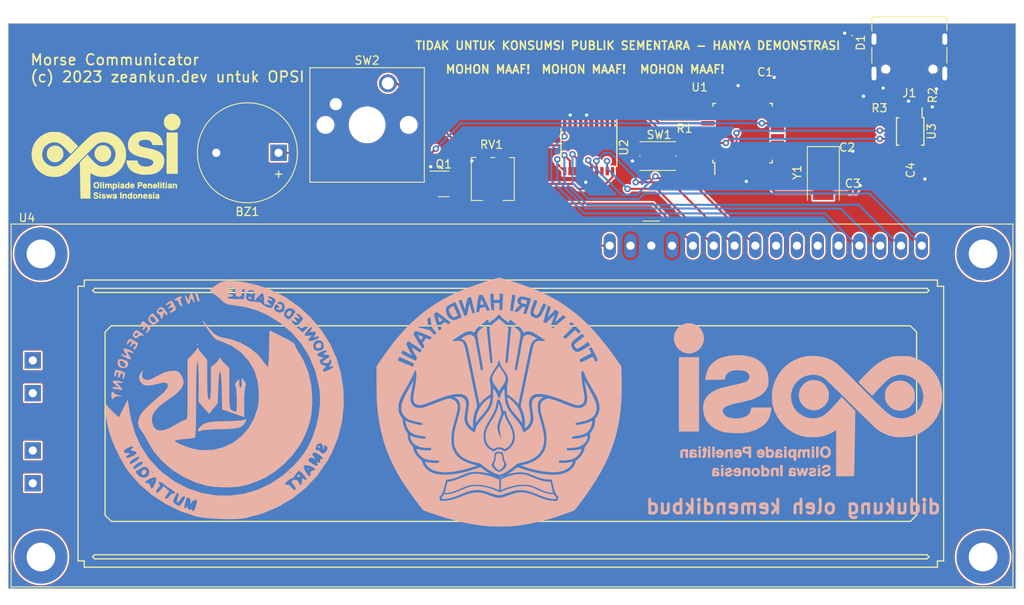
<source format=kicad_pcb>
(kicad_pcb (version 20221018) (generator pcbnew)
  (layers (0 "F.Cu" signal) (31 "B.Cu" signal) (34 "B.Paste" user) (35 "F.Paste" user) (36 "B.SilkS" user "B.Silkscreen") (37 "F.SilkS" user "F.Silkscreen") (38 "B.Mask" user) (39 "F.Mask" user) (44 "Edge.Cuts" user))
  (net 0 "")
  (net 1 "VBUS")
  (net 2 "GND")
  (net 3 "Net-(U1-XTAL2{slash}PB7)")
  (net 4 "Net-(U1-XTAL1{slash}PB6)")
  (net 5 "Net-(U3-V3)")
  (net 6 "Net-(J1-CC1)")
  (net 7 "Net-(U3-UD+)")
  (net 8 "Net-(U3-UD-)")
  (net 10 "Net-(J1-CC2)")
  (net 12 "/K")
  (net 13 "/K_SW")
  (net 14 "Net-(U1-~{RESET}{slash}PC6)")
  (net 15 "Net-(U4-VO)")
  (net 16 "/MORSE_INPUT")
  (net 36 "/LCD_SDA")
  (net 37 "/LCD_SCL")
  (net 38 "/PROG_TX")
  (net 39 "/PROG_RX")
  (net 43 "/B4")
  (net 44 "/B5")
  (net 45 "/B6")
  (net 47 "/B7")
  (net 48 "/E")
  (net 49 "/RW")
  (net 51 "/RS")
  (net 63 "Net-(BZ1--)")
  (footprint "Buzzer_Beeper:Buzzer_12x9.5RM7.6" (layer "F.Cu") (at 116 101.8 180)
    (fp_text reference "BZ1" (at 3.8 -7.2) (layer "F.SilkS"))
    (fp_text value "Buzzer")
    (fp_text user "+" (at -0.01 -2.54) (layer "F.SilkS"))
    (pad "1" thru_hole rect (at 0 0 180) (size 2 2) (drill 1) (layers "*.Cu" "*.Mask") (net 63 "Net-(BZ1--)"))
    (pad "2" thru_hole circle (at 7.6 0 180) (size 2 2) (drill 1) (layers "*.Cu" "*.Mask") (net 2 "GND"))
  )
  (footprint "Resistor_SMD:R_0201_0603Metric" (layer "F.Cu") (at 165.555 99.9)
    (fp_text reference "R1" (at 0 -1.05) (layer "F.SilkS"))
    (fp_text value "10k")
    (pad "1" smd roundrect (at -0.32 0) (size 0.46 0.4) (layers "F.Cu" "F.Mask") (net 1 "VBUS"))
    (pad "2" smd roundrect (at 0.32 0) (size 0.46 0.4) (layers "F.Cu" "F.Mask") (net 14 "Net-(U1-~{RESET}{slash}PC6)"))
  )
  (footprint "Package_QFP:TQFP-32_7x7mm_P0.8mm" (layer "F.Cu") (at 172.65 99.4 90)
    (fp_text reference "U1" (at 5.6 -5.25 180) (layer "F.SilkS"))
    (fp_text value "ATmega328PB-A")
    (pad "1" smd rect (at -4.25 -2.8 90) (size 1.6 0.55) (layers "F.Cu" "F.Paste" "F.Mask"))
    (pad "2" smd rect (at -4.25 -2 90) (size 1.6 0.55) (layers "F.Cu" "F.Paste" "F.Mask"))
    (pad "3" smd rect (at -4.25 -1.2 90) (size 1.6 0.55) (layers "F.Cu" "F.Paste" "F.Mask"))
    (pad "4" smd rect (at -4.25 -0.4 90) (size 1.6 0.55) (layers "F.Cu" "F.Paste" "F.Mask") (net 1 "VBUS"))
    (pad "5" smd rect (at -4.25 0.4 90) (size 1.6 0.55) (layers "F.Cu" "F.Paste" "F.Mask") (net 2 "GND"))
    (pad "6" smd rect (at -4.25 1.2 90) (size 1.6 0.55) (layers "F.Cu" "F.Paste" "F.Mask"))
    (pad "7" smd rect (at -4.25 2 90) (size 1.6 0.55) (layers "F.Cu" "F.Paste" "F.Mask") (net 4 "Net-(U1-XTAL1{slash}PB6)"))
    (pad "8" smd rect (at -4.25 2.8 90) (size 1.6 0.55) (layers "F.Cu" "F.Paste" "F.Mask") (net 3 "Net-(U1-XTAL2{slash}PB7)"))
    (pad "9" smd rect (at -2.8 4.25 180) (size 1.6 0.55) (layers "F.Cu" "F.Paste" "F.Mask"))
    (pad "10" smd rect (at -2 4.25 180) (size 1.6 0.55) (layers "F.Cu" "F.Paste" "F.Mask"))
    (pad "11" smd rect (at -1.2 4.25 180) (size 1.6 0.55) (layers "F.Cu" "F.Paste" "F.Mask"))
    (pad "12" smd rect (at -0.4 4.25 180) (size 1.6 0.55) (layers "F.Cu" "F.Paste" "F.Mask"))
    (pad "13" smd rect (at 0.4 4.25 180) (size 1.6 0.55) (layers "F.Cu" "F.Paste" "F.Mask"))
    (pad "14" smd rect (at 1.2 4.25 180) (size 1.6 0.55) (layers "F.Cu" "F.Paste" "F.Mask") (net 63 "Net-(BZ1--)"))
    (pad "15" smd rect (at 2 4.25 180) (size 1.6 0.55) (layers "F.Cu" "F.Paste" "F.Mask"))
    (pad "16" smd rect (at 2.8 4.25 180) (size 1.6 0.55) (layers "F.Cu" "F.Paste" "F.Mask"))
    (pad "17" smd rect (at 4.25 2.8 90) (size 1.6 0.55) (layers "F.Cu" "F.Paste" "F.Mask"))
    (pad "18" smd rect (at 4.25 2 90) (size 1.6 0.55) (layers "F.Cu" "F.Paste" "F.Mask") (net 1 "VBUS"))
    (pad "19" smd rect (at 4.25 1.2 90) (size 1.6 0.55) (layers "F.Cu" "F.Paste" "F.Mask"))
    (pad "20" smd rect (at 4.25 0.4 90) (size 1.6 0.55) (layers "F.Cu" "F.Paste" "F.Mask"))
    (pad "21" smd rect (at 4.25 -0.4 90) (size 1.6 0.55) (layers "F.Cu" "F.Paste" "F.Mask") (net 2 "GND"))
    (pad "22" smd rect (at 4.25 -1.2 90) (size 1.6 0.55) (layers "F.Cu" "F.Paste" "F.Mask"))
    (pad "23" smd rect (at 4.25 -2 90) (size 1.6 0.55) (layers "F.Cu" "F.Paste" "F.Mask"))
    (pad "24" smd rect (at 4.25 -2.8 90) (size 1.6 0.55) (layers "F.Cu" "F.Paste" "F.Mask"))
    (pad "25" smd rect (at 2.8 -4.25 180) (size 1.6 0.55) (layers "F.Cu" "F.Paste" "F.Mask"))
    (pad "26" smd rect (at 2 -4.25 180) (size 1.6 0.55) (layers "F.Cu" "F.Paste" "F.Mask"))
    (pad "27" smd rect (at 1.2 -4.25 180) (size 1.6 0.55) (layers "F.Cu" "F.Paste" "F.Mask") (net 36 "/LCD_SDA"))
    (pad "28" smd rect (at 0.4 -4.25 180) (size 1.6 0.55) (layers "F.Cu" "F.Paste" "F.Mask") (net 37 "/LCD_SCL"))
    (pad "29" smd rect (at -0.4 -4.25 180) (size 1.6 0.55) (layers "F.Cu" "F.Paste" "F.Mask") (net 14 "Net-(U1-~{RESET}{slash}PC6)"))
    (pad "30" smd rect (at -1.2 -4.25 180) (size 1.6 0.55) (layers "F.Cu" "F.Paste" "F.Mask") (net 38 "/PROG_TX"))
    (pad "31" smd rect (at -2 -4.25 180) (size 1.6 0.55) (layers "F.Cu" "F.Paste" "F.Mask") (net 39 "/PROG_RX"))
    (pad "32" smd rect (at -2.8 -4.25 180) (size 1.6 0.55) (layers "F.Cu" "F.Paste" "F.Mask") (net 16 "/MORSE_INPUT"))
  )
  (footprint "Display:LCD-016N002L" (layer "F.Cu") (at 161.5 113.1425)
    (fp_text reference "U4" (at -76.21 -3.41 180) (layer "F.SilkS"))
    (fp_text value "LCD-016N002L")
    (pad "" thru_hole circle (at -74.5 1 180) (size 6.5 6.5) (drill 3.5) (layers "*.Cu" "*.Mask"))
    (pad "" thru_hole circle (at -74.5 38 180) (size 6.5 6.5) (drill 3.5) (layers "*.Cu" "*.Mask"))
    (pad "" thru_hole circle (at 40.5 1 180) (size 6.5 6.5) (drill 3.5) (layers "*.Cu" "*.Mask"))
    (pad "" thru_hole circle (at 40.5 38 180) (size 6.5 6.5) (drill 3.5) (layers "*.Cu" "*.Mask"))
    (pad "1" thru_hole rect (at 0 0 180) (size 1.5 3) (drill 1) (layers "*.Cu" "*.Mask") (net 2 "GND"))
    (pad "2" thru_hole oval (at 2.54 0 180) (size 1.5 3) (drill 1) (layers "*.Cu" "*.Mask") (net 1 "VBUS"))
    (pad "3" thru_hole oval (at 5.08 0 180) (size 1.5 3) (drill 1) (layers "*.Cu" "*.Mask") (net 15 "Net-(U4-VO)"))
    (pad "4" thru_hole oval (at 7.62 0 180) (size 1.5 3) (drill 1) (layers "*.Cu" "*.Mask") (net 51 "/RS"))
    (pad "5" thru_hole oval (at 10.16 0 180) (size 1.5 3) (drill 1) (layers "*.Cu" "*.Mask") (net 49 "/RW"))
    (pad "6" thru_hole oval (at 12.7 0 180) (size 1.5 3) (drill 1) (layers "*.Cu" "*.Mask") (net 48 "/E"))
    (pad "7" thru_hole oval (at 15.24 0 180) (size 1.5 3) (drill 1) (layers "*.Cu" "*.Mask"))
    (pad "8" thru_hole oval (at 17.78 0 180) (size 1.5 3) (drill 1) (layers "*.Cu" "*.Mask"))
    (pad "9" thru_hole oval (at 20.32 0 180) (size 1.5 3) (drill 1) (layers "*.Cu" "*.Mask"))
    (pad "10" thru_hole oval (at 22.86 0 180) (size 1.5 3) (drill 1) (layers "*.Cu" "*.Mask"))
    (pad "11" thru_hole oval (at 25.4 0 180) (size 1.5 3) (drill 1) (layers "*.Cu" "*.Mask") (net 43 "/B4"))
    (pad "12" thru_hole oval (at 27.94 0 180) (size 1.5 3) (drill 1) (layers "*.Cu" "*.Mask") (net 44 "/B5"))
    (pad "13" thru_hole oval (at 30.48 0 180) (size 1.5 3) (drill 1) (layers "*.Cu" "*.Mask") (net 45 "/B6"))
    (pad "14" thru_hole oval (at 33.02 0 180) (size 1.5 3) (drill 1) (layers "*.Cu" "*.Mask") (net 47 "/B7"))
    (pad "15" thru_hole oval (at -2.54 0 180) (size 1.5 3) (drill 1) (layers "*.Cu" "*.Mask") (net 1 "VBUS"))
    (pad "16" thru_hole oval (at -5.08 0 180) (size 1.5 3) (drill 1) (layers "*.Cu" "*.Mask") (net 12 "/K"))
    (pad "A1" thru_hole rect (at -75.5 14 180) (size 2 2) (drill 1) (layers "*.Cu" "*.Mask"))
    (pad "A2" thru_hole rect (at -75.5 25 180) (size 2 2) (drill 1) (layers "*.Cu" "*.Mask"))
    (pad "K1" thru_hole rect (at -75.5 18 180) (size 2 2) (drill 1) (layers "*.Cu" "*.Mask"))
    (pad "K2" thru_hole rect (at -75.5 29 180) (size 2 2) (drill 1) (layers "*.Cu" "*.Mask"))
  )
  (footprint "LED_SMD:LED_0201_0603Metric" (layer "F.Cu") (at 186 88.355 -90)
    (fp_text reference "D1" (at 0 -1.05 90) (layer "F.SilkS"))
    (fp_text value "LED")
    (pad "1" smd roundrect (at -0.32 0 270) (size 0.46 0.4) (layers "F.Cu" "F.Mask") (net 2 "GND"))
    (pad "2" smd roundrect (at 0.32 0 270) (size 0.46 0.4) (layers "F.Cu" "F.Mask") (net 1 "VBUS"))
  )
  (footprint "Capacitor_SMD:C_0201_0603Metric" (layer "F.Cu") (at 185.4 102.2)
    (fp_text reference "C2" (at 0 -1.05) (layer "F.SilkS"))
    (fp_text value "22pF")
    (pad "1" smd roundrect (at -0.32 0) (size 0.46 0.4) (layers "F.Cu" "F.Mask") (net 3 "Net-(U1-XTAL2{slash}PB7)"))
    (pad "2" smd roundrect (at 0.32 0) (size 0.46 0.4) (layers "F.Cu" "F.Mask") (net 2 "GND"))
  )
  (footprint "Crystal:Crystal_SMD_0603-2Pin_6.0x3.5mm" (layer "F.Cu") (at 182.5 104.4 -90)
    (fp_text reference "Y1" (at -0.2 3.2 90) (layer "F.SilkS"))
    (fp_text value "16MHz")
    (pad "1" smd rect (at -2.2 0 270) (size 1.9 2.5) (layers "F.Cu" "F.Paste" "F.Mask") (net 3 "Net-(U1-XTAL2{slash}PB7)"))
    (pad "2" smd rect (at 2.2 0 270) (size 1.9 2.5) (layers "F.Cu" "F.Paste" "F.Mask") (net 4 "Net-(U1-XTAL1{slash}PB6)"))
  )
  (footprint "LOGO" (layer "F.Cu") (at 95.3 102.8)
    (fp_text reference "G***" hide)
    (fp_text value "LOGO" hide)
  )
  (footprint "Resistor_SMD:R_0201_0603Metric" (layer "F.Cu") (at 189.345 95.3 180)
    (fp_text reference "R3" (at 0 -1.05) (layer "F.SilkS"))
    (fp_text value "5.1k")
    (pad "1" smd roundrect (at -0.32 0 180) (size 0.46 0.4) (layers "F.Cu" "F.Mask") (net 10 "Net-(J1-CC2)"))
    (pad "2" smd roundrect (at 0.32 0 180) (size 0.46 0.4) (layers "F.Cu" "F.Mask") (net 2 "GND"))
  )
  (footprint "Package_SO:SSOP-20_4.4x6.5mm_P0.65mm" (layer "F.Cu") (at 153.85 101.15 -90)
    (fp_text reference "U2" (at 0 -4.3 90) (layer "F.SilkS"))
    (fp_text value "PCF8574ATS")
    (pad "1" smd rect (at -2.9 -2.925 270) (size 1 0.4) (layers "F.Cu" "F.Paste" "F.Mask"))
    (pad "2" smd rect (at -2.9 -2.275 270) (size 1 0.4) (layers "F.Cu" "F.Paste" "F.Mask") (net 37 "/LCD_SCL"))
    (pad "3" smd rect (at -2.9 -1.625 270) (size 1 0.4) (layers "F.Cu" "F.Paste" "F.Mask"))
    (pad "4" smd rect (at -2.9 -0.975 270) (size 1 0.4) (layers "F.Cu" "F.Paste" "F.Mask") (net 36 "/LCD_SDA"))
    (pad "5" smd rect (at -2.9 -0.325 270) (size 1 0.4) (layers "F.Cu" "F.Paste" "F.Mask") (net 1 "VBUS"))
    (pad "6" smd rect (at -2.9 0.325 270) (size 1 0.4) (layers "F.Cu" "F.Paste" "F.Mask") (net 2 "GND"))
    (pad "7" smd rect (at -2.9 0.975 270) (size 1 0.4) (layers "F.Cu" "F.Paste" "F.Mask") (net 2 "GND"))
    (pad "8" smd rect (at -2.9 1.625 270) (size 1 0.4) (layers "F.Cu" "F.Paste" "F.Mask"))
    (pad "9" smd rect (at -2.9 2.275 270) (size 1 0.4) (layers "F.Cu" "F.Paste" "F.Mask") (net 2 "GND"))
    (pad "10" smd rect (at -2.9 2.925 270) (size 1 0.4) (layers "F.Cu" "F.Paste" "F.Mask") (net 43 "/B4"))
    (pad "11" smd rect (at 2.9 2.925 270) (size 1 0.4) (layers "F.Cu" "F.Paste" "F.Mask") (net 44 "/B5"))
    (pad "12" smd rect (at 2.9 2.275 270) (size 1 0.4) (layers "F.Cu" "F.Paste" "F.Mask") (net 45 "/B6"))
    (pad "13" smd rect (at 2.9 1.625 270) (size 1 0.4) (layers "F.Cu" "F.Paste" "F.Mask"))
    (pad "14" smd rect (at 2.9 0.975 270) (size 1 0.4) (layers "F.Cu" "F.Paste" "F.Mask") (net 47 "/B7"))
    (pad "15" smd rect (at 2.9 0.325 270) (size 1 0.4) (layers "F.Cu" "F.Paste" "F.Mask") (net 2 "GND"))
    (pad "16" smd rect (at 2.9 -0.325 270) (size 1 0.4) (layers "F.Cu" "F.Paste" "F.Mask") (net 48 "/E"))
    (pad "17" smd rect (at 2.9 -0.975 270) (size 1 0.4) (layers "F.Cu" "F.Paste" "F.Mask") (net 49 "/RW"))
    (pad "18" smd rect (at 2.9 -1.625 270) (size 1 0.4) (layers "F.Cu" "F.Paste" "F.Mask"))
    (pad "19" smd rect (at 2.9 -2.275 270) (size 1 0.4) (layers "F.Cu" "F.Paste" "F.Mask") (net 51 "/RS"))
    (pad "20" smd rect (at 2.9 -2.925 270) (size 1 0.4) (layers "F.Cu" "F.Paste" "F.Mask") (net 13 "/K_SW"))
  )
  (footprint "Connector_USB:USB_C_Receptacle_G-Switch_GT-USB-7010ASV" (layer "F.Cu") (at 193 89 180)
    (fp_text reference "J1" (at 0 -5.5) (layer "F.SilkS"))
    (fp_text value "USB_C_Receptacle_USB2.0")
    (pad "" np_thru_hole circle (at -2.89 -2.605 180) (size 0.65 0.65) (drill 0.65) (layers "*.Cu" "*.Mask"))
    (pad "" np_thru_hole circle (at 2.89 -2.605 180) (size 0.65 0.65) (drill 0.65) (layers "*.Cu" "*.Mask"))
    (pad "A1" smd rect (at -3.2 -3.725 180) (size 0.6 1.24) (layers "F.Cu" "F.Paste" "F.Mask") (net 2 "GND"))
    (pad "A4" smd rect (at -2.4 -3.725 180) (size 0.6 1.24) (layers "F.Cu" "F.Paste" "F.Mask") (net 1 "VBUS"))
    (pad "A5" smd rect (at -1.25 -3.725 180) (size 0.3 1.24) (layers "F.Cu" "F.Paste" "F.Mask") (net 6 "Net-(J1-CC1)"))
    (pad "A6" smd rect (at -0.25 -3.725 180) (size 0.3 1.24) (layers "F.Cu" "F.Paste" "F.Mask") (net 7 "Net-(U3-UD+)"))
    (pad "A7" smd rect (at 0.25 -3.725 180) (size 0.3 1.24) (layers "F.Cu" "F.Paste" "F.Mask") (net 8 "Net-(U3-UD-)"))
    (pad "A8" smd rect (at 1.25 -3.725 180) (size 0.3 1.24) (layers "F.Cu" "F.Paste" "F.Mask"))
    (pad "A9" smd rect (at 2.4 -3.725 180) (size 0.6 1.24) (layers "F.Cu" "F.Paste" "F.Mask") (net 1 "VBUS"))
    (pad "A12" smd rect (at 3.2 -3.725 180) (size 0.6 1.24) (layers "F.Cu" "F.Paste" "F.Mask") (net 2 "GND"))
    (pad "B1" smd rect (at 3.2 -3.725 180) (size 0.6 1.24) (layers "F.Cu" "F.Paste" "F.Mask") (net 2 "GND"))
    (pad "B4" smd rect (at 2.4 -3.725 180) (size 0.6 1.24) (layers "F.Cu" "F.Paste" "F.Mask") (net 1 "VBUS"))
    (pad "B5" smd rect (at 1.75 -3.725 180) (size 0.3 1.24) (layers "F.Cu" "F.Paste" "F.Mask") (net 10 "Net-(J1-CC2)"))
    (pad "B6" smd rect (at 0.75 -3.725 180) (size 0.3 1.24) (layers "F.Cu" "F.Paste" "F.Mask") (net 7 "Net-(U3-UD+)"))
    (pad "B7" smd rect (at -0.75 -3.725 180) (size 0.3 1.24) (layers "F.Cu" "F.Paste" "F.Mask") (net 8 "Net-(U3-UD-)"))
    (pad "B8" smd rect (at -1.75 -3.725 180) (size 0.3 1.24) (layers "F.Cu" "F.Paste" "F.Mask"))
    (pad "B9" smd rect (at -2.4 -3.725 180) (size 0.6 1.24) (layers "F.Cu" "F.Paste" "F.Mask") (net 1 "VBUS"))
    (pad "B12" smd rect (at -3.2 -3.725 180) (size 0.6 1.24) (layers "F.Cu" "F.Paste" "F.Mask") (net 2 "GND"))
    (pad "S1" thru_hole oval (at -4.32 -3.125 180) (size 1 2.1) (drill oval 0.6 1.7) (layers "*.Cu" "*.Mask") (net 2 "GND"))
    (pad "S1" thru_hole oval (at -4.32 1.075 180) (size 1 1.8) (drill oval 0.6 1.4) (layers "*.Cu" "*.Mask") (net 2 "GND"))
    (pad "S1" thru_hole oval (at 4.32 -3.125 180) (size 1 2.1) (drill oval 0.6 1.7) (layers "*.Cu" "*.Mask") (net 2 "GND"))
    (pad "S1" thru_hole oval (at 4.32 1.075 180) (size 1 1.8) (drill oval 0.6 1.4) (layers "*.Cu" "*.Mask") (net 2 "GND"))
  )
  (footprint "Button_Switch_Keyboard:SW_Cherry_MX_1.00u_PCB" (layer "F.Cu") (at 129.35 93.32)
    (fp_text reference "SW2" (at -2.54 -2.794) (layer "F.SilkS"))
    (fp_text value "SW_Push")
    (pad "" np_thru_hole circle (at -7.62 5.08) (size 1.7 1.7) (drill 1.7) (layers "*.Cu" "*.Mask"))
    (pad "" np_thru_hole circle (at -2.54 5.08) (size 4 4) (drill 4) (layers "*.Cu" "*.Mask"))
    (pad "" np_thru_hole circle (at 2.54 5.08) (size 1.7 1.7) (drill 1.7) (layers "*.Cu" "*.Mask"))
    (pad "1" thru_hole circle (at 0 0) (size 2.2 2.2) (drill 1.5) (layers "*.Cu" "*.Mask") (net 16 "/MORSE_INPUT"))
    (pad "2" thru_hole circle (at -6.35 2.54) (size 2.2 2.2) (drill 1.5) (layers "*.Cu" "*.Mask") (net 2 "GND"))
  )
  (footprint "Button_Switch_SMD:SW_Push_1P1T_NO_Vertical_Wuerth_434133025816" (layer "F.Cu") (at 162.3 102.2)
    (fp_text reference "SW1" (at 0.15 -2.6) (layer "F.SilkS"))
    (fp_text value "434133_Wuerth")
    (pad "1" smd rect (at -2.075 -1.075) (size 1.05 0.65) (layers "F.Cu" "F.Paste" "F.Mask") (net 14 "Net-(U1-~{RESET}{slash}PC6)"))
    (pad "1" smd rect (at 2.075 -1.075) (size 1.05 0.65) (layers "F.Cu" "F.Paste" "F.Mask") (net 14 "Net-(U1-~{RESET}{slash}PC6)"))
    (pad "2" smd rect (at -2.075 1.075) (size 1.05 0.65) (layers "F.Cu" "F.Paste" "F.Mask") (net 2 "GND"))
    (pad "2" smd rect (at 2.05 1.075) (size 1.05 0.65) (layers "F.Cu" "F.Paste" "F.Mask") (net 2 "GND"))
  )
  (footprint "Capacitor_SMD:C_0201_0603Metric" (layer "F.Cu") (at 194.2 103.92 90)
    (fp_text reference "C4" (at 0 -1.05 90) (layer "F.SilkS"))
    (fp_text value "1u")
    (pad "1" smd roundrect (at -0.32 0 90) (size 0.46 0.4) (layers "F.Cu" "F.Mask") (net 2 "GND"))
    (pad "2" smd roundrect (at 0.32 0 90) (size 0.46 0.4) (layers "F.Cu" "F.Mask") (net 5 "Net-(U3-V3)"))
  )
  (footprint "Resistor_SMD:R_0201_0603Metric" (layer "F.Cu") (at 194.8 94.78 -90)
    (fp_text reference "R2" (at 0 -1.05 90) (layer "F.SilkS"))
    (fp_text value "5.1k")
    (pad "1" smd roundrect (at -0.32 0 270) (size 0.46 0.4) (layers "F.Cu" "F.Mask") (net 6 "Net-(J1-CC1)"))
    (pad "2" smd roundrect (at 0.32 0 270) (size 0.46 0.4) (layers "F.Cu" "F.Mask") (net 2 "GND"))
  )
  (footprint "Package_SO:MSOP-10_3x3mm_P0.5mm" (layer "F.Cu") (at 193.1 99.2 -90)
    (fp_text reference "U3" (at 0 -2.6 90) (layer "F.SilkS"))
    (fp_text value "CH340E")
    (pad "1" smd rect (at -2.2 -1 270) (size 1.4 0.3) (layers "F.Cu" "F.Paste" "F.Mask") (net 7 "Net-(U3-UD+)"))
    (pad "2" smd rect (at -2.2 -0.5 270) (size 1.4 0.3) (layers "F.Cu" "F.Paste" "F.Mask") (net 8 "Net-(U3-UD-)"))
    (pad "3" smd rect (at -2.2 0 270) (size 1.4 0.3) (layers "F.Cu" "F.Paste" "F.Mask") (net 2 "GND"))
    (pad "4" smd rect (at -2.2 0.5 270) (size 1.4 0.3) (layers "F.Cu" "F.Paste" "F.Mask"))
    (pad "5" smd rect (at -2.2 1 270) (size 1.4 0.3) (layers "F.Cu" "F.Paste" "F.Mask"))
    (pad "6" smd rect (at 2.2 1 270) (size 1.4 0.3) (layers "F.Cu" "F.Paste" "F.Mask"))
    (pad "7" smd rect (at 2.2 0.5 270) (size 1.4 0.3) (layers "F.Cu" "F.Paste" "F.Mask") (net 1 "VBUS"))
    (pad "8" smd rect (at 2.2 0 270) (size 1.4 0.3) (layers "F.Cu" "F.Paste" "F.Mask") (net 38 "/PROG_TX"))
    (pad "9" smd rect (at 2.2 -0.5 270) (size 1.4 0.3) (layers "F.Cu" "F.Paste" "F.Mask") (net 39 "/PROG_RX"))
    (pad "10" smd rect (at 2.2 -1 270) (size 1.4 0.3) (layers "F.Cu" "F.Paste" "F.Mask") (net 5 "Net-(U3-V3)"))
  )
  (footprint "Potentiometer_SMD:Potentiometer_Vishay_TS53YJ_Vertical" (layer "F.Cu") (at 142.15 105 90)
    (fp_text reference "RV1" (at 4.2 -0.15 180) (layer "F.SilkS"))
    (fp_text value "R_Potentiometer")
    (pad "1" smd rect (at 2 -1.15 90) (size 2 1.3) (layers "F.Cu" "F.Paste" "F.Mask") (net 2 "GND"))
    (pad "2" smd rect (at -2 0 90) (size 2 2) (layers "F.Cu" "F.Paste" "F.Mask") (net 15 "Net-(U4-VO)"))
    (pad "3" smd rect (at 2 1.15 90) (size 2 1.3) (layers "F.Cu" "F.Paste" "F.Mask") (net 1 "VBUS"))
  )
  (footprint "Package_TO_SOT_SMD:SOT-23" (layer "F.Cu") (at 136.1625 105.6)
    (fp_text reference "Q1" (at 0 -2.4) (layer "F.SilkS"))
    (fp_text value "BF545A")
    (pad "1" smd roundrect (at -0.9375 -0.95) (size 1.475 0.6) (layers "F.Cu" "F.Paste" "F.Mask") (net 2 "GND"))
    (pad "2" smd roundrect (at -0.9375 0.95) (size 1.475 0.6) (layers "F.Cu" "F.Paste" "F.Mask") (net 12 "/K"))
    (pad "3" smd roundrect (at 0.9375 0) (size 1.475 0.6) (layers "F.Cu" "F.Paste" "F.Mask") (net 13 "/K_SW"))
  )
  (footprint "Capacitor_SMD:C_0201_0603Metric" (layer "F.Cu") (at 175.4 93)
    (fp_text reference "C1" (at 0 -1.05) (layer "F.SilkS"))
    (fp_text value "10uF")
    (pad "1" smd roundrect (at -0.32 0) (size 0.46 0.4) (layers "F.Cu" "F.Mask") (net 1 "VBUS"))
    (pad "2" smd roundrect (at 0.32 0) (size 0.46 0.4) (layers "F.Cu" "F.Mask") (net 2 "GND"))
  )
  (footprint "Capacitor_SMD:C_0201_0603Metric" (layer "F.Cu") (at 186.1 106.6)
    (fp_text reference "C3" (at 0 -1.05) (layer "F.SilkS"))
    (fp_text value "22pF")
    (pad "1" smd roundrect (at -0.32 0) (size 0.46 0.4) (layers "F.Cu" "F.Mask") (net 4 "Net-(U1-XTAL1{slash}PB6)"))
    (pad "2" smd roundrect (at 0.32 0) (size 0.46 0.4) (layers "F.Cu" "F.Mask") (net 2 "GND"))
  )
  (footprint "LOGO" (layer "B.Cu") (at 180 133 180)
    (fp_text reference "G***" hide)
    (fp_text value "LOGO" hide)
  )
  (footprint "LOGO" (layer "B.Cu") (at 109.4 132 180)
    (fp_text reference "G***" hide)
    (fp_text value "LOGO" hide)
  )
  (footprint "LOGO" (layer "B.Cu") (at 144.5 132.5 180)
    (fp_text reference "G***" hide)
    (fp_text value "LOGO" hide)
  )
  (gr_rect (start 83 86) (end 206 155) (stroke (width 0.1)) (fill none) (layer "Edge.Cuts"))
  (gr_text "didukung oleh kemendikbud" (at 197 146) (layer "B.SilkS") (effects (font (size 1.7 1.7) (thickness 0.35) bold) (justify left bottom mirror)))
  (gr_text "Morse Communicator\n(c) 2023 zeankun.dev untuk OPSI" (at 85.6 93.3) (layer "F.SilkS") (effects (font (size 1.3 1.3) (thickness 0.2)) (justify left bottom)))
  (gr_text "MOHON MAAF!" (at 148 92.2) (layer "F.SilkS") (effects (font (size 1 1) (thickness 0.2) bold) (justify left bottom)))
  (gr_text "MOHON MAAF!" (at 136.3 92.2) (layer "F.SilkS") (effects (font (size 1 1) (thickness 0.2) bold) (justify left bottom)))
  (gr_text "TIDAK UNTUK KONSUMSI PUBLIK SEMENTARA - HANYA DEMONSTRASI" (at 132.6 89.3) (layer "F.SilkS") (effects (font (size 1 1) (thickness 0.2) bold) (justify left bottom)))
  (gr_text "MOHON MAAF!" (at 160 92.2) (layer "F.SilkS") (effects (font (size 1 1) (thickness 0.2) bold) (justify left bottom)))
  (segment (start 194.2 104.3) (end 194.9 105) (width 0.25) (layer "F.Cu") (net 2))
  (segment (start 153.525 105.375) (end 153.5 105.4) (width 0.25) (layer "F.Cu") (net 2))
  (segment (start 187 105.8) (end 187 106.02) (width 0.25) (layer "F.Cu") (net 2))
  (segment (start 152.875 98.25) (end 153.525 98.25) (width 0.25) (layer "F.Cu") (net 2))
  (segment (start 153.525 98.25) (end 153.525 97.275) (width 0.25) (layer "F.Cu") (net 2))
  (segment (start 151.575 98.25) (end 151.575 97.225) (width 0.25) (layer "F.Cu") (net 2))
  (segment (start 135.2 104.65) (end 135.2 104.125) (width 0.25) (layer "F.Cu") (net 2))
  (segment (start 189.025 95.3) (end 187.8 95.3) (width 0.25) (layer "F.Cu") (net 2))
  (segment (start 153.525 97.275) (end 153.6 97.2) (width 0.25) (layer "F.Cu") (net 2))
  (segment (start 186 88.035) (end 185.935 88.035) (width 0.25) (layer "F.Cu") (net 2))
  (segment (start 194.8 95.2) (end 195.8 96.2) (width 0.25) (layer "F.Cu") (net 2))
  (segment (start 175.72 93) (end 176.1 93) (width 0.25) (layer "F.Cu") (net 2))
  (segment (start 185.72 102.2) (end 185.72 101.98) (width 0.25) (layer "F.Cu") (net 2))
  (segment (start 193.1 97) (end 193.1 95.7) (width 0.25) (layer "F.Cu") (net 2))
  (segment (start 185.935 88.035) (end 185.1 87.2) (width 0.25) (layer "F.Cu") (net 2))
  (segment (start 159.675 103.275) (end 159.2 102.8) (width 0.25) (layer "F.Cu") (net 2))
  (segment (start 160.225 103.275) (end 159.675 103.275) (width 0.25) (layer "F.Cu") (net 2))
  (segment (start 176.1 93) (end 176.5 92.6) (width 0.25) (layer "F.Cu") (net 2))
  (segment (start 151.575 97.225) (end 151.6 97.2) (width 0.25) (layer "F.Cu") (net 2))
  (segment (start 153.525 104.05) (end 153.525 105.375) (width 0.25) (layer "F.Cu") (net 2))
  (segment (start 187.8 95.3) (end 187.4 94.9) (width 0.25) (layer "F.Cu") (net 2))
  (segment (start 193.1 95.7) (end 192.9 95.5) (width 0.25) (layer "F.Cu") (net 2))
  (segment (start 140.8 102.8) (end 141 103) (width 0.25) (layer "F.Cu") (net 2))
  (segment (start 196.2 92.725) (end 196.2 93.9) (width 0.25) (layer "F.Cu") (net 2))
  (segment (start 172.25 93.75) (end 172.1 93.6) (width 0.25) (layer "F.Cu") (net 2))
  (segment (start 194.2 104.24) (end 194.2 104.3) (width 0.25) (layer "F.Cu") (net 2))
  (segment (start 185.72 101.98) (end 186.1 101.6) (width 0.25) (layer "F.Cu") (net 2))
  (segment (start 164.35 103.275) (end 160.225 103.275) (width 0.25) (layer "F.Cu") (net 2))
  (segment (start 187 106.02) (end 186.42 106.6) (width 0.25) (layer "F.Cu") (net 2))
  (segment (start 196.2 93.9) (end 196.3 94) (width 0.25) (layer "F.Cu") (net 2))
  (segment (start 173.05 105.25) (end 173.1 105.3) (width 0.25) (layer "F.Cu") (net 2))
  (segment (start 173.05 103.65) (end 173.05 105.25) (width 0.25) (layer "F.Cu") (net 2))
  (segment (start 189.8 92.725) (end 189.8 93.9) (width 0.25) (layer "F.Cu") (net 2))
  (segment (start 135.2 104.125) (end 134.575 103.5) (width 0.25) (layer "F.Cu") (net 2))
  (segment (start 139.6 102.8) (end 140.8 102.8) (width 0.25) (layer "F.Cu") (net 2))
  (segment (start 172.25 95.15) (end 172.25 93.75) (width 0.25) (layer "F.Cu") (net 2))
  (segment (start 194.8 95.1) (end 194.8 95.2) (width 0.25) (layer "F.Cu") (net 2))
  (via (at 192.9 95.5) (size 0.8) (drill 0.4) (layers "F.Cu" "B.Cu") (net 2))
  (via (at 189.8 93.9) (size 0.8) (drill 0.4) (layers "F.Cu" "B.Cu") (net 2))
  (via (at 186.1 101.6) (size 0.8) (drill 0.4) (layers "F.Cu" "B.Cu") (net 2))
  (via (at 187.4 94.9) (size 0.8) (drill 0.4) (layers "F.Cu" "B.Cu") (net 2))
  (via (at 153.6 97.2) (size 0.8) (drill 0.4) (layers "F.Cu" "B.Cu") (net 2))
  (via (at 187 105.8) (size 0.8) (drill 0.4) (layers "F.Cu" "B.Cu") (net 2))
  (via (at 151.6 97.2) (size 0.8) (drill 0.4) (layers "F.Cu" "B.Cu") (net 2))
  (via (at 196.3 94) (size 0.8) (drill 0.4) (layers "F.Cu" "B.Cu") (net 2))
  (via (at 159.2 102.8) (size 0.8) (drill 0.4) (layers "F.Cu" "B.Cu") (net 2))
  (via (at 139.6 102.8) (size 0.8) (drill 0.4) (layers "F.Cu" "B.Cu") (net 2))
  (via (at 185.1 87.2) (size 0.8) (drill 0.4) (layers "F.Cu" "B.Cu") (net 2))
  (via (at 134.575 103.5) (size 0.8) (drill 0.4) (layers "F.Cu" "B.Cu") (net 2))
  (via (at 172.1 93.6) (size 0.8) (drill 0.4) (layers "F.Cu" "B.Cu") (net 2))
  (via (at 195.8 96.2) (size 0.8) (drill 0.4) (layers "F.Cu" "B.Cu") (net 2))
  (via (at 153.5 105.4) (size 0.8) (drill 0.4) (layers "F.Cu" "B.Cu") (net 2))
  (via (at 176.5 92.6) (size 0.8) (drill 0.4) (layers "F.Cu" "B.Cu") (net 2))
  (via (at 194.9 105) (size 0.8) (drill 0.4) (layers "F.Cu" "B.Cu") (net 2))
  (via (at 173.1 105.3) (size 0.8) (drill 0.4) (layers "F.Cu" "B.Cu") (net 2))
  (segment (start 179.5 102.2) (end 182.5 102.2) (width 0.25) (layer "F.Cu") (net 3))
  (segment (start 175.45 103.65) (end 178.05 103.65) (width 0.25) (layer "F.Cu") (net 3))
  (segment (start 185.08 102.2) (end 182.5 102.2) (width 0.25) (layer "F.Cu") (net 3))
  (segment (start 178.05 103.65) (end 179.5 102.2) (width 0.25) (layer "F.Cu") (net 3))
  (segment (start 185.78 106.6) (end 182.5 106.6) (width 0.25) (layer "F.Cu") (net 4))
  (segment (start 176.55 106.6) (end 182.5 106.6) (width 0.25) (layer "F.Cu") (net 4))
  (segment (start 174.65 103.65) (end 174.65 104.7) (width 0.25) (layer "F.Cu") (net 4))
  (segment (start 174.65 104.7) (end 176.55 106.6) (width 0.25) (layer "F.Cu") (net 4))
  (segment (start 194.2 101.5) (end 194.1 101.4) (width 0.25) (layer "F.Cu") (net 5))
  (segment (start 194.2 103.6) (end 194.2 101.5) (width 0.25) (layer "F.Cu") (net 5))
  (segment (start 194.25 93.91) (end 194.25 92.725) (width 0.25) (layer "F.Cu") (net 6))
  (segment (start 194.8 94.46) (end 194.25 93.91) (width 0.25) (layer "F.Cu") (net 6))
  (segment (start 192.9 93.9) (end 192.505 93.9) (width 0.25) (layer "F.Cu") (net 7))
  (segment (start 192 98.4) (end 191.2 97.6) (width 0.25) (layer "F.Cu") (net 7))
  (segment (start 194.1 97.9) (end 193.6 98.4) (width 0.25) (layer "F.Cu") (net 7))
  (segment (start 192.25 93.645) (end 192.25 92.725) (width 0.25) (layer "F.Cu") (net 7))
  (segment (start 193.6 98.4) (end 192 98.4) (width 0.25) (layer "F.Cu") (net 7))
  (segment (start 191.2 95.6) (end 192.9 93.9) (width 0.25) (layer "F.Cu") (net 7))
  (segment (start 192.505 93.9) (end 192.25 93.645) (width 0.25) (layer "F.Cu") (net 7))
  (segment (start 191.2 97.6) (end 191.2 95.6) (width 0.25) (layer "F.Cu") (net 7))
  (segment (start 194.1 97) (end 194.1 97.9) (width 0.25) (layer "F.Cu") (net 7))
  (segment (start 193.25 93.55) (end 193.25 92.725) (width 0.25) (layer "F.Cu") (net 7))
  (segment (start 192.9 93.9) (end 193.25 93.55) (width 0.25) (layer "F.Cu") (net 7))
  (segment (start 193.6 96.125) (end 193.75 95.975) (width 0.25) (layer "F.Cu") (net 8))
  (segment (start 193.75 95.975) (end 193.75 92.725) (width 0.25) (layer "F.Cu") (net 8))
  (segment (start 193.75 91.805) (end 193.725 91.78) (width 0.25) (layer "F.Cu") (net 8))
  (segment (start 192.75 91.855) (end 192.75 92.725) (width 0.25) (layer "F.Cu") (net 8))
  (segment (start 193.725 91.78) (end 192.825 91.78) (width 0.25) (layer "F.Cu") (net 8))
  (segment (start 193.6 97) (end 193.6 96.125) (width 0.25) (layer "F.Cu") (net 8))
  (segment (start 192.825 91.78) (end 192.75 91.855) (width 0.25) (layer "F.Cu") (net 8))
  (segment (start 193.75 92.725) (end 193.75 91.805) (width 0.25) (layer "F.Cu") (net 8))
  (segment (start 190.2 95.3) (end 191.25 94.25) (width 0.25) (layer "F.Cu") (net 10))
  (segment (start 191.25 94.25) (end 191.25 92.725) (width 0.25) (layer "F.Cu") (net 10))
  (segment (start 189.665 95.3) (end 190.2 95.3) (width 0.25) (layer "F.Cu") (net 10))
  (segment (start 156.42 113.1425) (end 142.0425 113.1425) (width 0.25) (layer "F.Cu") (net 12))
  (segment (start 142.0425 113.1425) (end 135.45 106.55) (width 0.25) (layer "F.Cu") (net 12))
  (segment (start 156.775 104.75) (end 156.775 104.05) (width 0.25) (layer "F.Cu") (net 13))
  (segment (start 136.4 105.6) (end 152 105.6) (width 0.25) (layer "F.Cu") (net 13))
  (segment (start 152 105.6) (end 152.6 106.2) (width 0.25) (layer "F.Cu") (net 13))
  (segment (start 155.325 106.2) (end 156.775 104.75) (width 0.25) (layer "F.Cu") (net 13))
  (segment (start 152.6 106.2) (end 155.325 106.2) (width 0.25) (layer "F.Cu") (net 13))
  (segment (start 164.375 101.125) (end 160.225 101.125) (width 0.25) (layer "F.Cu") (net 14))
  (segment (start 165.875 101.125) (end 164.375 101.125) (width 0.25) (layer "F.Cu") (net 14))
  (segment (start 168.4 99.8) (end 165.975 99.8) (width 0.25) (layer "F.Cu") (net 14))
  (segment (start 168.4 99.8) (end 167.2 99.8) (width 0.25) (layer "F.Cu") (net 14))
  (segment (start 167.2 99.8) (end 165.875 101.125) (width 0.25) (layer "F.Cu") (net 14))
  (segment (start 165.975 99.8) (end 165.875 99.9) (width 0.25) (layer "F.Cu") (net 14))
  (segment (start 161.6875 108) (end 143.15 108) (width 0.25) (layer "F.Cu") (net 15))
  (segment (start 166.58 112.8925) (end 161.6875 108) (width 0.25) (layer "F.Cu") (net 15))
  (segment (start 143.15 108) (end 142.15 107) (width 0.25) (layer "F.Cu") (net 15))
  (segment (start 166.58 113.1425) (end 166.58 112.8925) (width 0.25) (layer "F.Cu") (net 15))
  (segment (start 165.3 101.9) (end 165.6 102.2) (width 0.25) (layer "F.Cu") (net 16))
  (segment (start 138.04 100.9) (end 157.2 100.9) (width 0.25) (layer "F.Cu") (net 16))
  (segment (start 157.2 100.9) (end 158.2 101.9) (width 0.25) (layer "F.Cu") (net 16))
  (segment (start 130.46 93.32) (end 138.04 100.9) (width 0.25) (layer "F.Cu") (net 16))
  (segment (start 129.35 93.32) (end 130.46 93.32) (width 0.25) (layer "F.Cu") (net 16))
  (segment (start 158.2 101.9) (end 165.3 101.9) (width 0.25) (layer "F.Cu") (net 16))
  (segment (start 165.6 102.2) (end 168.4 102.2) (width 0.25) (layer "F.Cu") (net 16))
  (segment (start 154.825 97.5) (end 154.825 98.25) (width 0.25) (layer "F.Cu") (net 36))
  (segment (start 162.5 98.2) (end 160.7 96.4) (width 0.25) (layer "F.Cu") (net 36))
  (segment (start 168.4 98.2) (end 162.5 98.2) (width 0.25) (layer "F.Cu") (net 36))
  (segment (start 160.7 96.4) (end 155.925 96.4) (width 0.25) (layer "F.Cu") (net 36))
  (segment (start 155.925 96.4) (end 154.825 97.5) (width 0.25) (layer "F.Cu") (net 36))
  (segment (start 162.5 99) (end 160.4 96.9) (width 0.25) (layer "F.Cu") (net 37))
  (segment (start 168.4 99) (end 162.5 99) (width 0.25) (layer "F.Cu") (net 37))
  (segment (start 160.4 96.9) (end 156.725 96.9) (width 0.25) (layer "F.Cu") (net 37))
  (segment (start 156.725 96.9) (end 156.125 97.5) (width 0.25) (layer "F.Cu") (net 37))
  (segment (start 156.125 97.5) (end 156.125 98.25) (width 0.25) (layer "F.Cu") (net 37))
  (segment (start 170.6 100.6) (end 168.4 100.6) (width 0.25) (layer "F.Cu") (net 38))
  (segment (start 192.8 100.1) (end 189.4 100.1) (width 0.25) (layer "F.Cu") (net 38))
  (segment (start 193.1 100.4) (end 192.8 100.1) (width 0.25) (layer "F.Cu") (net 38))
  (segment (start 193.1 101.4) (end 193.1 100.4) (width 0.25) (layer "F.Cu") (net 38))
  (via (at 189.4 100.1) (size 0.8) (drill 0.4) (layers "F.Cu" "B.Cu") (net 38))
  (via (at 170.6 100.6) (size 0.8) (drill 0.4) (layers "F.Cu" "B.Cu") (net 38))
  (segment (start 171.1 100.1) (end 170.6 100.6) (width 0.25) (layer "B.Cu") (net 38))
  (segment (start 189.4 100.1) (end 171.1 100.1) (width 0.25) (layer "B.Cu") (net 38))
  (segment (start 171.9 99.3755) (end 171.9 100.8) (width 0.25) (layer "F.Cu") (net 39))
  (segment (start 171.9 100.8) (end 171.3 101.4) (width 0.25) (layer "F.Cu") (net 39))
  (segment (start 193.6 101.4) (end 193.6 100.263604) (width 0.25) (layer "F.Cu") (net 39))
  (segment (start 193.6 100.263604) (end 192.436396 99.1) (width 0.25) (layer "F.Cu") (net 39))
  (segment (start 192.436396 99.1) (end 189.4 99.1) (width 0.25) (layer "F.Cu") (net 39))
  (segment (start 171.3 101.4) (end 168.4 101.4) (width 0.25) (layer "F.Cu") (net 39))
  (via (at 171.9 99.3755) (size 0.8) (drill 0.4) (layers "F.Cu" "B.Cu") (net 39))
  (via (at 189.4 99.1) (size 0.8) (drill 0.4) (layers "F.Cu" "B.Cu") (net 39))
  (segment (start 189.4 99.1) (end 172.1755 99.1) (width 0.25) (layer "B.Cu") (net 39))
  (segment (start 172.1755 99.1) (end 171.9 99.3755) (width 0.25) (layer "B.Cu") (net 39))
  (segment (start 150.9 99.8) (end 150.9 98.275) (width 0.25) (layer "F.Cu") (net 43))
  (segment (start 150.9 98.275) (end 150.925 98.25) (width 0.25) (layer "F.Cu") (net 43))
  (via (at 150.9 99.8) (size 0.8) (drill 0.4) (layers "F.Cu" "B.Cu") (net 43))
  (segment (start 153.3 109.2) (end 182.68778 109.2) (width 0.25) (layer "B.Cu") (net 43))
  (segment (start 182.68778 109.2) (end 186.63028 113.1425) (width 0.25) (layer "B.Cu") (net 43))
  (segment (start 186.63028 113.1425) (end 186.9 113.1425) (width 0.25) (layer "B.Cu") (net 43))
  (segment (start 150.9 99.8) (end 149.3 101.4) (width 0.25) (layer "B.Cu") (net 43))
  (segment (start 149.3 105.2) (end 153.3 109.2) (width 0.25) (layer "B.Cu") (net 43))
  (segment (start 149.3 101.4) (end 149.3 105.2) (width 0.25) (layer "B.Cu") (net 43))
  (segment (start 150.0245 102.6) (end 150.0245 103.1495) (width 0.25) (layer "F.Cu") (net 44))
  (segment (start 150.0245 103.1495) (end 150.925 104.05) (width 0.25) (layer "F.Cu") (net 44))
  (via (at 150.0245 102.6) (size 0.8) (drill 0.4) (layers "F.Cu" "B.Cu") (net 44))
  (segment (start 189.30514 113.27736) (end 189.44 113.1425) (width 0.25) (layer "B.Cu") (net 44))
  (segment (start 150.0245 102.6) (end 150.0245 105.1245) (width 0.25) (layer "B.Cu") (net 44))
  (segment (start 150.0245 105.1245) (end 153.5 108.6) (width 0.25) (layer "B.Cu") (net 44))
  (segment (start 184.62778 108.6) (end 189.30514 113.27736) (width 0.25) (layer "B.Cu") (net 44))
  (segment (start 153.5 108.6) (end 184.62778 108.6) (width 0.25) (layer "B.Cu") (net 44))
  (segment (start 150.88453 102.090731) (end 151.575 102.781201) (width 0.25) (layer "F.Cu") (net 45))
  (segment (start 151.575 102.781201) (end 151.575 104.05) (width 0.25) (layer "F.Cu") (net 45))
  (via (at 150.88453 102.090731) (size 0.8) (drill 0.4) (layers "F.Cu" "B.Cu") (net 45))
  (segment (start 191.817195 113.1425) (end 191.98 113.1425) (width 0.25) (layer "B.Cu") (net 45))
  (segment (start 150.88453 102.090731) (end 150.88453 105.348134) (width 0.25) (layer "B.Cu") (net 45))
  (segment (start 153.686396 108.15) (end 186.824695 108.15) (width 0.25) (layer "B.Cu") (net 45))
  (segment (start 150.88453 105.348134) (end 153.686396 108.15) (width 0.25) (layer "B.Cu") (net 45))
  (segment (start 186.824695 108.15) (end 191.817195 113.1425) (width 0.25) (layer "B.Cu") (net 45))
  (segment (start 151.877903 101.980206) (end 152.875 102.977303) (width 0.25) (layer "F.Cu") (net 47))
  (segment (start 152.875 102.977303) (end 152.875 104.05) (width 0.25) (layer "F.Cu") (net 47))
  (via (at 151.877903 101.980206) (size 0.8) (drill 0.4) (layers "F.Cu" "B.Cu") (net 47))
  (segment (start 160.625 106.775) (end 188.1525 106.775) (width 0.25) (layer "B.Cu") (net 47))
  (segment (start 151.877903 101.980206) (end 151.877903 105.477903) (width 0.25) (layer "B.Cu") (net 47))
  (segment (start 153.8 107.4) (end 160 107.4) (width 0.25) (layer "B.Cu") (net 47))
  (segment (start 151.877903 105.477903) (end 153.8 107.4) (width 0.25) (layer "B.Cu") (net 47))
  (segment (start 160 107.4) (end 160.625 106.775) (width 0.25) (layer "B.Cu") (net 47))
  (segment (start 188.1525 106.775) (end 194.52 113.1425) (width 0.25) (layer "B.Cu") (net 47))
  (segment (start 165.9575 104.9) (end 162.2245 104.9) (width 0.25) (layer "F.Cu") (net 48))
  (segment (start 153.8 102.925) (end 154.175 103.3) (width 0.25) (layer "F.Cu") (net 48))
  (segment (start 153.8 102.7) (end 153.8 102.925) (width 0.25) (layer "F.Cu") (net 48))
  (segment (start 162.2245 104.9) (end 162 104.6755) (width 0.25) (layer "F.Cu") (net 48))
  (segment (start 174.2 113.1425) (end 165.9575 104.9) (width 0.25) (layer "F.Cu") (net 48))
  (segment (start 154.175 103.3) (end 154.175 104.05) (width 0.25) (layer "F.Cu") (net 48))
  (via (at 162 104.6755) (size 0.8) (drill 0.4) (layers "F.Cu" "B.Cu") (net 48))
  (via (at 153.8 102.7) (size 0.8) (drill 0.4) (layers "F.Cu" "B.Cu") (net 48))
  (segment (start 159.7505 106.925) (end 157.899695 106.925) (width 0.25) (layer "B.Cu") (net 48))
  (segment (start 162 104.6755) (end 159.7505 106.925) (width 0.25) (layer "B.Cu") (net 48))
  (segment (start 157.899695 106.925) (end 153.8 102.825305) (width 0.25) (layer "B.Cu") (net 48))
  (segment (start 153.8 102.825305) (end 153.8 102.7) (width 0.25) (layer "B.Cu") (net 48))
  (segment (start 163.9175 105.4) (end 159.6 105.4) (width 0.25) (layer "F.Cu") (net 49))
  (segment (start 171.66 113.1425) (end 163.9175 105.4) (width 0.25) (layer "F.Cu") (net 49))
  (segment (start 154.8 102.8) (end 154.8 104.025) (width 0.25) (layer "F.Cu") (net 49))
  (segment (start 154.8 104.025) (end 154.825 104.05) (width 0.25) (layer "F.Cu") (net 49))
  (via (at 159.6 105.4) (size 0.8) (drill 0.4) (layers "F.Cu" "B.Cu") (net 49))
  (via (at 154.8 102.8) (size 0.8) (drill 0.4) (layers "F.Cu" "B.Cu") (net 49))
  (segment (start 159.6 105.4) (end 159.6 104.9) (width 0.25) (layer "B.Cu") (net 49))
  (segment (start 155.8 101.8) (end 154.8 102.8) (width 0.25) (layer "B.Cu") (net 49))
  (segment (start 159.6 104.9) (end 156.5 101.8) (width 0.25) (layer "B.Cu") (net 49))
  (segment (start 156.5 101.8) (end 155.8 101.8) (width 0.25) (layer "B.Cu") (net 49))
  (segment (start 162.1775 106.2) (end 158.6 106.2) (width 0.25) (layer "F.Cu") (net 51))
  (segment (start 156.1 104.025) (end 156.125 104.05) (width 0.25) (layer "F.Cu") (net 51))
  (segment (start 156.1 102.8) (end 156.1 104.025) (width 0.25) (layer "F.Cu") (net 51))
  (segment (start 169.12 113.1425) (end 162.1775 106.2) (width 0.25) (layer "F.Cu") (net 51))
  (via (at 158.6 106.2) (size 0.8) (drill 0.4) (layers "F.Cu" "B.Cu") (net 51))
  (via (at 156.1 102.8) (size 0.8) (drill 0.4) (layers "F.Cu" "B.Cu") (net 51))
  (segment (start 158.6 106.2) (end 156.1 103.7) (width 0.25) (layer "B.Cu") (net 51))
  (segment (start 156.1 103.7) (end 156.1 102.8) (width 0.25) (layer "B.Cu") (net 51))
  (segment (start 134.7 101.8) (end 116 101.8) (width 0.25) (layer "F.Cu") (net 63))
  (segment (start 175 98.2) (end 176.9 98.2) (width 0.25) (layer "F.Cu") (net 63))
  (segment (start 134.7 101.8) (end 135.2 101.3) (width 0.25) (layer "F.Cu") (net 63))
  (via (at 175 98.2) (size 0.8) (drill 0.4) (layers "F.Cu" "B.Cu") (net 63))
  (via (at 135.2 101.3) (size 0.8) (drill 0.4) (layers "F.Cu" "B.Cu") (net 63))
  (segment (start 138.3 98.2) (end 175 98.2) (width 0.25) (layer "B.Cu") (net 63))
  (segment (start 135.2 101.3) (end 138.3 98.2) (width 0.25) (layer "B.Cu") (net 63))
  (zone (net 1) (net_name "VBUS") (layer "F.Cu") (connect_pads yes (clearance 0.15)) (min_thickness 0.15) (fill yes (thermal_gap 0.25) (thermal_bridge_width 0.25))
    (polygon (pts (xy 207 85) (xy 82 85) (xy 82 157) (xy 207 157)))
  )
  (zone (net 2) (net_name "GND") (layer "B.Cu") (priority 1) (connect_pads yes (clearance 0.25)) (min_thickness 0.25) (fill yes (thermal_gap 0.25) (thermal_bridge_width 0.25))
    (polygon (pts (xy 207 85) (xy 207 157) (xy 82 157) (xy 82 85)))
  )
)
</source>
